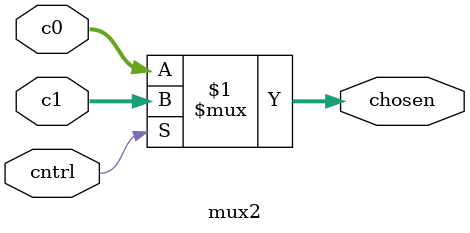
<source format=sv>
module mux2(
	input logic [31:0] c0, c1,
	input logic cntrl, 
	output logic [31:0] chosen
);
	assign chosen = cntrl ? c1 : c0 ;
endmodule 


</source>
